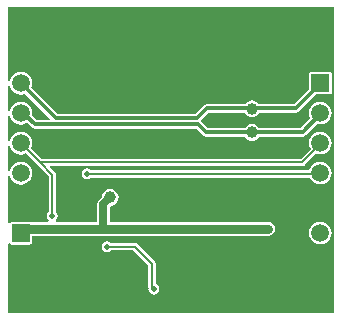
<source format=gbl>
G04*
G04 #@! TF.GenerationSoftware,Altium Limited,Altium Designer,18.1.9 (240)*
G04*
G04 Layer_Physical_Order=2*
G04 Layer_Color=16711680*
%FSAX25Y25*%
%MOIN*%
G70*
G01*
G75*
%ADD25C,0.00800*%
%ADD26C,0.03000*%
%ADD27C,0.02500*%
%ADD29C,0.03937*%
%ADD30C,0.05906*%
%ADD31R,0.05906X0.05906*%
%ADD32C,0.23622*%
%ADD33C,0.01968*%
%ADD34C,0.01200*%
G36*
X0507844Y0247920D02*
X0508222Y0247007D01*
X0508823Y0246223D01*
X0509607Y0245622D01*
X0510520Y0245244D01*
X0511500Y0245115D01*
X0512480Y0245244D01*
X0512945Y0245437D01*
X0521292Y0237089D01*
X0521101Y0236627D01*
X0516891D01*
X0515208Y0238311D01*
X0515285Y0238900D01*
X0515156Y0239880D01*
X0514778Y0240793D01*
X0514177Y0241577D01*
X0513393Y0242178D01*
X0512480Y0242556D01*
X0511500Y0242685D01*
X0510520Y0242556D01*
X0509607Y0242178D01*
X0508823Y0241577D01*
X0508222Y0240793D01*
X0507844Y0239880D01*
X0507817Y0239676D01*
X0507317Y0239709D01*
Y0248091D01*
X0507817Y0248124D01*
X0507844Y0247920D01*
D02*
G37*
G36*
X0615883Y0172217D02*
X0507317D01*
Y0195305D01*
X0507781Y0195605D01*
X0507817Y0195600D01*
X0507971Y0195370D01*
X0508235Y0195194D01*
X0508547Y0195132D01*
X0514453D01*
X0514765Y0195194D01*
X0515029Y0195370D01*
X0515206Y0195635D01*
X0515268Y0195947D01*
Y0198055D01*
X0594000D01*
X0594897Y0198233D01*
X0595658Y0198742D01*
X0596167Y0199503D01*
X0596345Y0200400D01*
X0596167Y0201297D01*
X0595658Y0202058D01*
X0594897Y0202567D01*
X0594000Y0202745D01*
X0541190D01*
Y0207766D01*
X0541503Y0208079D01*
X0542038Y0208149D01*
X0542711Y0208428D01*
X0543290Y0208872D01*
X0543733Y0209450D01*
X0544012Y0210124D01*
X0544107Y0210846D01*
X0544012Y0211569D01*
X0543733Y0212243D01*
X0543290Y0212821D01*
X0542711Y0213265D01*
X0542038Y0213544D01*
X0541315Y0213639D01*
X0540592Y0213544D01*
X0539919Y0213265D01*
X0539340Y0212821D01*
X0538897Y0212243D01*
X0538618Y0211569D01*
X0538547Y0211035D01*
X0537622Y0210109D01*
X0537169Y0209431D01*
X0537010Y0208631D01*
X0537010Y0208631D01*
Y0202745D01*
X0523336D01*
X0523184Y0203245D01*
X0523286Y0203314D01*
X0523681Y0203904D01*
X0523819Y0204600D01*
X0523681Y0205296D01*
X0523286Y0205886D01*
X0523223Y0205928D01*
Y0218400D01*
X0523130Y0218868D01*
X0522865Y0219265D01*
X0521216Y0220915D01*
X0521407Y0221376D01*
X0605300D01*
X0605768Y0221470D01*
X0606165Y0221735D01*
X0609963Y0225533D01*
X0610420Y0225344D01*
X0611400Y0225215D01*
X0612380Y0225344D01*
X0613293Y0225722D01*
X0614077Y0226324D01*
X0614678Y0227107D01*
X0615056Y0228020D01*
X0615185Y0229000D01*
X0615056Y0229980D01*
X0614678Y0230893D01*
X0614077Y0231677D01*
X0613293Y0232278D01*
X0612380Y0232656D01*
X0611400Y0232785D01*
X0610420Y0232656D01*
X0609507Y0232278D01*
X0608723Y0231677D01*
X0608122Y0230893D01*
X0607744Y0229980D01*
X0607615Y0229000D01*
X0607744Y0228020D01*
X0608109Y0227139D01*
X0604793Y0223823D01*
X0518307D01*
X0514879Y0227251D01*
X0515156Y0227920D01*
X0515285Y0228900D01*
X0515156Y0229880D01*
X0514778Y0230793D01*
X0514177Y0231576D01*
X0513393Y0232178D01*
X0512480Y0232556D01*
X0511500Y0232685D01*
X0510520Y0232556D01*
X0509607Y0232178D01*
X0508823Y0231576D01*
X0508222Y0230793D01*
X0507844Y0229880D01*
X0507817Y0229676D01*
X0507317Y0229709D01*
Y0238091D01*
X0507817Y0238124D01*
X0507844Y0237920D01*
X0508222Y0237007D01*
X0508823Y0236224D01*
X0509607Y0235622D01*
X0510520Y0235244D01*
X0511500Y0235115D01*
X0512480Y0235244D01*
X0513393Y0235622D01*
X0513657Y0235825D01*
X0515291Y0234191D01*
X0515291Y0234191D01*
X0515754Y0233881D01*
X0516300Y0233773D01*
X0529079D01*
X0529089Y0233770D01*
X0570058D01*
X0572282Y0231547D01*
X0572282Y0231547D01*
X0572745Y0231237D01*
X0573291Y0231129D01*
X0586131D01*
X0586141Y0231104D01*
X0586585Y0230525D01*
X0587163Y0230082D01*
X0587836Y0229803D01*
X0588559Y0229708D01*
X0589282Y0229803D01*
X0589955Y0230082D01*
X0590534Y0230525D01*
X0590977Y0231104D01*
X0590988Y0231129D01*
X0605456D01*
X0605456Y0231129D01*
X0606002Y0231237D01*
X0606465Y0231547D01*
X0610309Y0235390D01*
X0610420Y0235344D01*
X0611400Y0235215D01*
X0612380Y0235344D01*
X0613293Y0235722D01*
X0614077Y0236323D01*
X0614678Y0237107D01*
X0615056Y0238020D01*
X0615185Y0239000D01*
X0615056Y0239980D01*
X0614678Y0240893D01*
X0614077Y0241676D01*
X0613293Y0242278D01*
X0612380Y0242656D01*
X0611400Y0242785D01*
X0610420Y0242656D01*
X0609507Y0242278D01*
X0608723Y0241676D01*
X0608122Y0240893D01*
X0607744Y0239980D01*
X0607615Y0239000D01*
X0607744Y0238020D01*
X0608083Y0237202D01*
X0604865Y0233984D01*
X0590910D01*
X0590534Y0234474D01*
X0589955Y0234918D01*
X0589282Y0235197D01*
X0588559Y0235292D01*
X0587836Y0235197D01*
X0587163Y0234918D01*
X0586585Y0234474D01*
X0586208Y0233984D01*
X0573882D01*
X0571659Y0236207D01*
X0571629Y0236510D01*
X0574192Y0239073D01*
X0586101D01*
X0586141Y0238978D01*
X0586585Y0238400D01*
X0587163Y0237956D01*
X0587836Y0237677D01*
X0588559Y0237582D01*
X0589282Y0237677D01*
X0589955Y0237956D01*
X0590534Y0238400D01*
X0590977Y0238978D01*
X0591017Y0239073D01*
X0603200D01*
X0603200Y0239073D01*
X0603746Y0239181D01*
X0604209Y0239491D01*
X0609950Y0245232D01*
X0614353D01*
X0614665Y0245294D01*
X0614929Y0245470D01*
X0615106Y0245735D01*
X0615168Y0246047D01*
Y0251953D01*
X0615106Y0252265D01*
X0614929Y0252530D01*
X0614665Y0252706D01*
X0614353Y0252768D01*
X0608447D01*
X0608135Y0252706D01*
X0607870Y0252530D01*
X0607694Y0252265D01*
X0607632Y0251953D01*
Y0246950D01*
X0602609Y0241927D01*
X0590857D01*
X0590534Y0242349D01*
X0589955Y0242792D01*
X0589282Y0243071D01*
X0588559Y0243166D01*
X0587836Y0243071D01*
X0587163Y0242792D01*
X0586585Y0242349D01*
X0586261Y0241927D01*
X0573601D01*
X0573600Y0241927D01*
X0573054Y0241819D01*
X0572591Y0241509D01*
X0569707Y0238625D01*
X0533711D01*
X0533441Y0238679D01*
X0533171Y0238625D01*
X0529926D01*
X0529916Y0238627D01*
X0529915Y0238627D01*
X0523791D01*
X0514963Y0247455D01*
X0515156Y0247920D01*
X0515285Y0248900D01*
X0515156Y0249880D01*
X0514778Y0250793D01*
X0514177Y0251576D01*
X0513393Y0252178D01*
X0512480Y0252556D01*
X0511500Y0252685D01*
X0510520Y0252556D01*
X0509607Y0252178D01*
X0508823Y0251576D01*
X0508222Y0250793D01*
X0507844Y0249880D01*
X0507817Y0249676D01*
X0507317Y0249709D01*
Y0274183D01*
X0615883D01*
Y0172217D01*
D02*
G37*
G36*
X0507844Y0227920D02*
X0508222Y0227007D01*
X0508823Y0226223D01*
X0509607Y0225622D01*
X0510520Y0225244D01*
X0511500Y0225115D01*
X0512480Y0225244D01*
X0513149Y0225521D01*
X0516935Y0221735D01*
X0516935Y0221735D01*
X0520777Y0217893D01*
Y0205928D01*
X0520714Y0205886D01*
X0520319Y0205296D01*
X0520181Y0204600D01*
X0520319Y0203904D01*
X0520714Y0203314D01*
X0520816Y0203245D01*
X0520665Y0202745D01*
X0513000D01*
X0512615Y0202668D01*
X0508547D01*
X0508235Y0202606D01*
X0507971Y0202430D01*
X0507817Y0202200D01*
X0507781Y0202195D01*
X0507317Y0202495D01*
Y0218091D01*
X0507817Y0218124D01*
X0507844Y0217920D01*
X0508222Y0217007D01*
X0508823Y0216224D01*
X0509607Y0215622D01*
X0510520Y0215244D01*
X0511500Y0215115D01*
X0512480Y0215244D01*
X0513393Y0215622D01*
X0514177Y0216224D01*
X0514778Y0217007D01*
X0515156Y0217920D01*
X0515285Y0218900D01*
X0515156Y0219880D01*
X0514778Y0220793D01*
X0514177Y0221576D01*
X0513393Y0222178D01*
X0512480Y0222556D01*
X0511500Y0222685D01*
X0510520Y0222556D01*
X0509607Y0222178D01*
X0508823Y0221576D01*
X0508222Y0220793D01*
X0507844Y0219880D01*
X0507817Y0219676D01*
X0507317Y0219709D01*
Y0228091D01*
X0507817Y0228124D01*
X0507844Y0227920D01*
D02*
G37*
%LPC*%
G36*
X0611400Y0222785D02*
X0610420Y0222656D01*
X0609507Y0222278D01*
X0608723Y0221676D01*
X0608122Y0220893D01*
X0607744Y0219980D01*
X0607736Y0219923D01*
X0535028D01*
X0534986Y0219986D01*
X0534396Y0220381D01*
X0533700Y0220519D01*
X0533004Y0220381D01*
X0532414Y0219986D01*
X0532019Y0219396D01*
X0531881Y0218700D01*
X0532019Y0218004D01*
X0532414Y0217414D01*
X0533004Y0217019D01*
X0533700Y0216881D01*
X0534396Y0217019D01*
X0534986Y0217414D01*
X0535028Y0217477D01*
X0607969D01*
X0608122Y0217107D01*
X0608723Y0216323D01*
X0609507Y0215722D01*
X0610420Y0215344D01*
X0611400Y0215215D01*
X0612380Y0215344D01*
X0613293Y0215722D01*
X0614077Y0216323D01*
X0614678Y0217107D01*
X0615056Y0218020D01*
X0615185Y0219000D01*
X0615056Y0219980D01*
X0614678Y0220893D01*
X0614077Y0221676D01*
X0613293Y0222278D01*
X0612380Y0222656D01*
X0611400Y0222785D01*
D02*
G37*
G36*
Y0202785D02*
X0610420Y0202656D01*
X0609507Y0202278D01*
X0608723Y0201677D01*
X0608122Y0200893D01*
X0607744Y0199980D01*
X0607615Y0199000D01*
X0607744Y0198020D01*
X0608122Y0197107D01*
X0608723Y0196324D01*
X0609507Y0195722D01*
X0610420Y0195344D01*
X0611400Y0195215D01*
X0612380Y0195344D01*
X0613293Y0195722D01*
X0614077Y0196324D01*
X0614678Y0197107D01*
X0615056Y0198020D01*
X0615185Y0199000D01*
X0615056Y0199980D01*
X0614678Y0200893D01*
X0614077Y0201677D01*
X0613293Y0202278D01*
X0612380Y0202656D01*
X0611400Y0202785D01*
D02*
G37*
G36*
X0540300Y0196219D02*
X0539604Y0196081D01*
X0539014Y0195686D01*
X0538619Y0195096D01*
X0538481Y0194400D01*
X0538619Y0193704D01*
X0539014Y0193114D01*
X0539604Y0192719D01*
X0540300Y0192581D01*
X0540996Y0192719D01*
X0541586Y0193114D01*
X0541628Y0193176D01*
X0549093D01*
X0554076Y0188193D01*
Y0180900D01*
X0554138Y0180589D01*
X0554081Y0180300D01*
X0554219Y0179604D01*
X0554614Y0179014D01*
X0555204Y0178619D01*
X0555900Y0178481D01*
X0556596Y0178619D01*
X0557186Y0179014D01*
X0557581Y0179604D01*
X0557719Y0180300D01*
X0557581Y0180996D01*
X0557186Y0181586D01*
X0556596Y0181981D01*
X0556524Y0181995D01*
Y0188700D01*
X0556430Y0189168D01*
X0556165Y0189565D01*
X0550465Y0195265D01*
X0550068Y0195530D01*
X0549600Y0195624D01*
X0541628D01*
X0541586Y0195686D01*
X0540996Y0196081D01*
X0540300Y0196219D01*
D02*
G37*
%LPD*%
D25*
X0517800Y0222600D02*
X0522000Y0218400D01*
X0511500Y0228900D02*
X0517800Y0222600D01*
X0605300D02*
X0611400Y0228700D01*
X0517800Y0222600D02*
X0605300D01*
X0522000Y0204600D02*
Y0218400D01*
X0533700Y0218700D02*
X0611400D01*
X0540300Y0194400D02*
X0549600D01*
X0555300Y0188700D01*
Y0180900D02*
Y0188700D01*
Y0180900D02*
X0555900Y0180300D01*
D26*
X0539100Y0200400D02*
X0594000D01*
X0513000D02*
X0539100D01*
X0511500Y0198900D02*
X0513000Y0200400D01*
D27*
X0539100D02*
Y0208631D01*
X0541315Y0210846D01*
D29*
X0588559Y0240374D02*
D03*
X0541315Y0230532D02*
D03*
Y0210846D02*
D03*
X0588559Y0232500D02*
D03*
D30*
X0511500Y0248900D02*
D03*
Y0238900D02*
D03*
Y0228900D02*
D03*
Y0218900D02*
D03*
Y0208900D02*
D03*
X0611400Y0199000D02*
D03*
Y0209000D02*
D03*
Y0219000D02*
D03*
Y0229000D02*
D03*
Y0239000D02*
D03*
D31*
X0511500Y0198900D02*
D03*
X0611400Y0249000D02*
D03*
D32*
X0595500Y0184500D02*
D03*
X0528600D02*
D03*
D33*
X0594000Y0200400D02*
D03*
X0522000Y0204600D02*
D03*
X0540300Y0194400D02*
D03*
X0533700Y0218700D02*
D03*
X0555900Y0180300D02*
D03*
X0525590Y0212598D02*
D03*
X0519685Y0248031D02*
D03*
X0525590Y0259842D02*
D03*
X0537401Y0212598D02*
D03*
X0531496Y0248031D02*
D03*
X0537401Y0259842D02*
D03*
X0549212Y0212598D02*
D03*
X0543307Y0248031D02*
D03*
X0549212Y0259842D02*
D03*
X0561023Y0188976D02*
D03*
Y0212598D02*
D03*
X0555118Y0248031D02*
D03*
X0561023Y0259842D02*
D03*
X0566929Y0177165D02*
D03*
X0572834Y0188976D02*
D03*
Y0212598D02*
D03*
X0566929Y0248031D02*
D03*
X0572834Y0259842D02*
D03*
X0584646Y0212598D02*
D03*
Y0236220D02*
D03*
X0578740Y0248031D02*
D03*
X0584646Y0259842D02*
D03*
X0596456Y0212598D02*
D03*
Y0236220D02*
D03*
X0590551Y0248031D02*
D03*
X0596456Y0259842D02*
D03*
X0608267Y0188976D02*
D03*
Y0212598D02*
D03*
X0602362Y0248031D02*
D03*
X0608267Y0259842D02*
D03*
D34*
X0573600Y0240500D02*
X0603200D01*
X0570298Y0237198D02*
X0573600Y0240500D01*
X0533495Y0237198D02*
X0570298D01*
X0573291Y0232556D02*
X0605456D01*
X0611400Y0238500D01*
X0570649Y0235198D02*
X0573291Y0232556D01*
X0523200Y0237200D02*
X0529916D01*
X0511500Y0248900D02*
X0523200Y0237200D01*
X0603200Y0240500D02*
X0611400Y0248700D01*
X0512400Y0239100D02*
X0516300Y0235200D01*
X0529087D01*
X0529089Y0235198D01*
X0533400Y0237198D02*
Y0237211D01*
X0529917Y0237198D02*
X0533400D01*
X0529916Y0237200D02*
X0529917Y0237198D01*
X0529089Y0235198D02*
X0533400D01*
X0570649D01*
X0533441Y0237252D02*
X0533495Y0237198D01*
M02*

</source>
